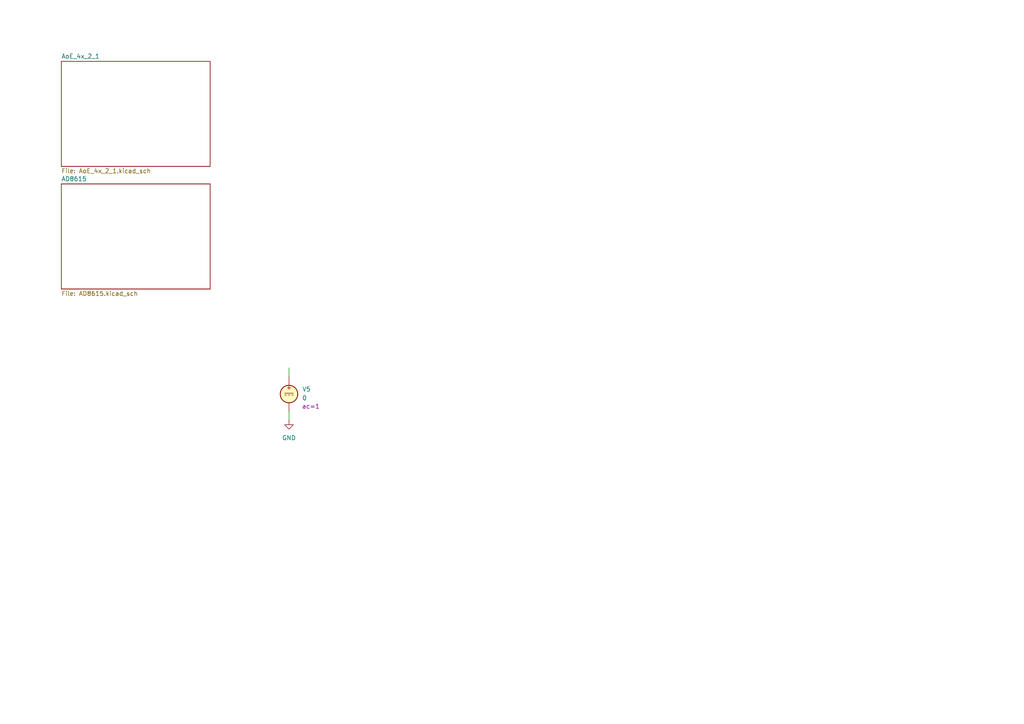
<source format=kicad_sch>
(kicad_sch (version 20250114) (generator "eeschema") (generator_version "9.0")
  (paper "A4")
  (lib_symbols
    (symbol "Simulation_SPICE:VDC" (pin_numbers (hide yes)) (pin_names (offset 0.0254))
      (property "Reference" "V" (at 2.54 2.54 0))
      (property "Value" "1" (at 2.54 0 0))
      (symbol "VDC_0_0"
        (polyline (pts (xy -1.27 0.254) (xy 1.27 0.254)))
        (polyline (pts (xy -0.762 -0.254) (xy -1.27 -0.254)))
        (polyline (pts (xy 0.254 -0.254) (xy -0.254 -0.254)))
        (polyline (pts (xy 1.27 -0.254) (xy 0.762 -0.254)))
        (text "+" (at 0 1.905 0) (effects (font (size 1.27 1.27))))
      )
      (symbol "VDC_0_1"
        (circle (center 0 0) (radius 2.54) (stroke (width 0.254)) (fill (type background)))
      )
      (symbol "VDC_1_1"
        (pin passive line (at 0 5.08 270) (length 2.54) (name "~") (number "1"))
        (pin passive line (at 0 -5.08 90) (length 2.54) (name "~") (number "2"))
      )
    )
    (symbol "power:GND" (power) (pin_numbers (hide yes)) (pin_names (offset 0) (hide yes))
      (property "Value" "GND" (at 0 -3.81 0))
      (symbol "GND_0_1"
        (polyline (pts (xy 0 0) (xy 0 -1.27) (xy 1.27 -1.27) (xy 0 -2.54) (xy -1.27 -1.27) (xy 0 -1.27)))
      )
      (symbol "GND_1_1"
        (pin power_in line (at 0 0 270) (length 0) (name "~") (number "1"))
      )
    )
  )
  (wire (pts (xy 83.82 119.38) (xy 83.82 121.92)))
  (wire (pts (xy 83.82 106.68) (xy 83.82 109.22)))
  (symbol (lib_id "power:GND") (at 83.82 121.92 0) (unit 1)
    (property "Reference" "#PWR019" (effects (hide yes)))
    (property "Value" "GND" (at 83.82 127 0))
    (property "Description" "Power symbol creates a global label with name \"GND\" , ground" (effects (hide yes)))
  )
  (symbol (lib_id "Simulation_SPICE:VDC") (at 83.82 114.3 0) (unit 1)
    (property "Reference" "V5" (at 87.63 112.9001 0) (effects (justify left)))
    (property "Value" "0" (at 87.63 115.4401 0) (effects (justify left)))
    (property "Datasheet" "https://ngspice.sourceforge.io/docs/ngspice-html-manual/manual.xhtml#sec_Independent_Sources_for" (effects (hide yes)))
    (property "Description" "Voltage source, DC" (effects (hide yes)))
    (property "Sim.Pins" "1=+ 2=-" (effects (hide yes)))
    (property "Sim.Type" "DC" (effects (hide yes)))
    (property "Sim.Device" "V" (effects (hide yes)))
    (property "Sim.Params" "ac=1" (at 90.17 117.856 0))
  )
  (sheet (at 17.78 17.78) (size 43.18 30.48) (exclude_from_sim yes) (stroke (width 0.1524))
    (property "Sheetname" "AoE_4x_2_1" (at 17.78 17.0684 0) (effects (justify left bottom)))
    (property "Sheetfile" "AoE_4x_2_1.kicad_sch" (at 17.78 48.8446 0) (effects (justify left top)))
  )
  (sheet (at 17.78 53.34) (size 43.18 30.48) (exclude_from_sim yes) (stroke (width 0.1524))
    (property "Sheetname" "AD8615" (at 17.78 52.6284 0) (effects (justify left bottom)))
    (property "Sheetfile" "AD8615.kicad_sch" (at 17.78 84.4046 0) (effects (justify left top)))
  )
)
</source>
